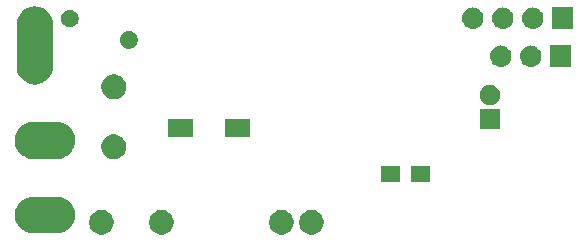
<source format=gbr>
G04 #@! TF.GenerationSoftware,KiCad,Pcbnew,(5.0.2)-1*
G04 #@! TF.CreationDate,2019-05-25T20:07:42+08:00*
G04 #@! TF.ProjectId,1RELAY,3152454c-4159-42e6-9b69-6361645f7063,rev?*
G04 #@! TF.SameCoordinates,Original*
G04 #@! TF.FileFunction,Soldermask,Bot*
G04 #@! TF.FilePolarity,Negative*
%FSLAX46Y46*%
G04 Gerber Fmt 4.6, Leading zero omitted, Abs format (unit mm)*
G04 Created by KiCad (PCBNEW (5.0.2)-1) date 2019-05-25 20:07:42*
%MOMM*%
%LPD*%
G01*
G04 APERTURE LIST*
%ADD10C,0.100000*%
G04 APERTURE END LIST*
D10*
G36*
X143648925Y-117411809D02*
X143840194Y-117491035D01*
X144012336Y-117606057D01*
X144158723Y-117752444D01*
X144273745Y-117924586D01*
X144352971Y-118115855D01*
X144393360Y-118318904D01*
X144393360Y-118525936D01*
X144352971Y-118728985D01*
X144273745Y-118920254D01*
X144158723Y-119092396D01*
X144012336Y-119238783D01*
X143840194Y-119353805D01*
X143648925Y-119433031D01*
X143445876Y-119473420D01*
X143238844Y-119473420D01*
X143035795Y-119433031D01*
X142844526Y-119353805D01*
X142672384Y-119238783D01*
X142525997Y-119092396D01*
X142410975Y-118920254D01*
X142331749Y-118728985D01*
X142291360Y-118525936D01*
X142291360Y-118318904D01*
X142331749Y-118115855D01*
X142410975Y-117924586D01*
X142525997Y-117752444D01*
X142672384Y-117606057D01*
X142844526Y-117491035D01*
X143035795Y-117411809D01*
X143238844Y-117371420D01*
X143445876Y-117371420D01*
X143648925Y-117411809D01*
X143648925Y-117411809D01*
G37*
G36*
X156348925Y-117411809D02*
X156540194Y-117491035D01*
X156712336Y-117606057D01*
X156858723Y-117752444D01*
X156973745Y-117924586D01*
X157052971Y-118115855D01*
X157093360Y-118318904D01*
X157093360Y-118525936D01*
X157052971Y-118728985D01*
X156973745Y-118920254D01*
X156858723Y-119092396D01*
X156712336Y-119238783D01*
X156540194Y-119353805D01*
X156348925Y-119433031D01*
X156145876Y-119473420D01*
X155938844Y-119473420D01*
X155735795Y-119433031D01*
X155544526Y-119353805D01*
X155372384Y-119238783D01*
X155225997Y-119092396D01*
X155110975Y-118920254D01*
X155031749Y-118728985D01*
X154991360Y-118525936D01*
X154991360Y-118318904D01*
X155031749Y-118115855D01*
X155110975Y-117924586D01*
X155225997Y-117752444D01*
X155372384Y-117606057D01*
X155544526Y-117491035D01*
X155735795Y-117411809D01*
X155938844Y-117371420D01*
X156145876Y-117371420D01*
X156348925Y-117411809D01*
X156348925Y-117411809D01*
G37*
G36*
X138568925Y-117411809D02*
X138760194Y-117491035D01*
X138932336Y-117606057D01*
X139078723Y-117752444D01*
X139193745Y-117924586D01*
X139272971Y-118115855D01*
X139313360Y-118318904D01*
X139313360Y-118525936D01*
X139272971Y-118728985D01*
X139193745Y-118920254D01*
X139078723Y-119092396D01*
X138932336Y-119238783D01*
X138760194Y-119353805D01*
X138568925Y-119433031D01*
X138365876Y-119473420D01*
X138158844Y-119473420D01*
X137955795Y-119433031D01*
X137764526Y-119353805D01*
X137592384Y-119238783D01*
X137445997Y-119092396D01*
X137330975Y-118920254D01*
X137251749Y-118728985D01*
X137211360Y-118525936D01*
X137211360Y-118318904D01*
X137251749Y-118115855D01*
X137330975Y-117924586D01*
X137445997Y-117752444D01*
X137592384Y-117606057D01*
X137764526Y-117491035D01*
X137955795Y-117411809D01*
X138158844Y-117371420D01*
X138365876Y-117371420D01*
X138568925Y-117411809D01*
X138568925Y-117411809D01*
G37*
G36*
X153808925Y-117411809D02*
X154000194Y-117491035D01*
X154172336Y-117606057D01*
X154318723Y-117752444D01*
X154433745Y-117924586D01*
X154512971Y-118115855D01*
X154553360Y-118318904D01*
X154553360Y-118525936D01*
X154512971Y-118728985D01*
X154433745Y-118920254D01*
X154318723Y-119092396D01*
X154172336Y-119238783D01*
X154000194Y-119353805D01*
X153808925Y-119433031D01*
X153605876Y-119473420D01*
X153398844Y-119473420D01*
X153195795Y-119433031D01*
X153004526Y-119353805D01*
X152832384Y-119238783D01*
X152685997Y-119092396D01*
X152570975Y-118920254D01*
X152491749Y-118728985D01*
X152451360Y-118525936D01*
X152451360Y-118318904D01*
X152491749Y-118115855D01*
X152570975Y-117924586D01*
X152685997Y-117752444D01*
X152832384Y-117606057D01*
X153004526Y-117491035D01*
X153195795Y-117411809D01*
X153398844Y-117371420D01*
X153605876Y-117371420D01*
X153808925Y-117411809D01*
X153808925Y-117411809D01*
G37*
G36*
X134641843Y-116261681D02*
X134793749Y-116276642D01*
X134988659Y-116335767D01*
X135086115Y-116365330D01*
X135184390Y-116417860D01*
X135355558Y-116509351D01*
X135591729Y-116703171D01*
X135785549Y-116939342D01*
X135877040Y-117110510D01*
X135929570Y-117208785D01*
X135929570Y-117208786D01*
X136018258Y-117501151D01*
X136048204Y-117805200D01*
X136018258Y-118109249D01*
X136016254Y-118115855D01*
X135929570Y-118401615D01*
X135877040Y-118499890D01*
X135785549Y-118671058D01*
X135591729Y-118907229D01*
X135355558Y-119101049D01*
X135184390Y-119192540D01*
X135086115Y-119245070D01*
X134988659Y-119274633D01*
X134793749Y-119333758D01*
X134641843Y-119348719D01*
X134565891Y-119356200D01*
X132413509Y-119356200D01*
X132337557Y-119348719D01*
X132185651Y-119333758D01*
X131990741Y-119274633D01*
X131893285Y-119245070D01*
X131795010Y-119192540D01*
X131623842Y-119101049D01*
X131387671Y-118907229D01*
X131193851Y-118671058D01*
X131102360Y-118499890D01*
X131049830Y-118401615D01*
X130963146Y-118115855D01*
X130961142Y-118109249D01*
X130931196Y-117805200D01*
X130961142Y-117501151D01*
X131049830Y-117208786D01*
X131049830Y-117208785D01*
X131102360Y-117110510D01*
X131193851Y-116939342D01*
X131387671Y-116703171D01*
X131623842Y-116509351D01*
X131795010Y-116417860D01*
X131893285Y-116365330D01*
X131990741Y-116335767D01*
X132185651Y-116276642D01*
X132337557Y-116261681D01*
X132413509Y-116254200D01*
X134565891Y-116254200D01*
X134641843Y-116261681D01*
X134641843Y-116261681D01*
G37*
G36*
X163502660Y-114987980D02*
X161900660Y-114987980D01*
X161900660Y-113685980D01*
X163502660Y-113685980D01*
X163502660Y-114987980D01*
X163502660Y-114987980D01*
G37*
G36*
X166102660Y-114987980D02*
X164500660Y-114987980D01*
X164500660Y-113685980D01*
X166102660Y-113685980D01*
X166102660Y-114987980D01*
X166102660Y-114987980D01*
G37*
G36*
X139595085Y-111026249D02*
X139786354Y-111105475D01*
X139958496Y-111220497D01*
X140104883Y-111366884D01*
X140219905Y-111539026D01*
X140299131Y-111730295D01*
X140339520Y-111933344D01*
X140339520Y-112140376D01*
X140299131Y-112343425D01*
X140219905Y-112534694D01*
X140104883Y-112706836D01*
X139958496Y-112853223D01*
X139786354Y-112968245D01*
X139595085Y-113047471D01*
X139392036Y-113087860D01*
X139185004Y-113087860D01*
X138981955Y-113047471D01*
X138790686Y-112968245D01*
X138618544Y-112853223D01*
X138472157Y-112706836D01*
X138357135Y-112534694D01*
X138277909Y-112343425D01*
X138237520Y-112140376D01*
X138237520Y-111933344D01*
X138277909Y-111730295D01*
X138357135Y-111539026D01*
X138472157Y-111366884D01*
X138618544Y-111220497D01*
X138790686Y-111105475D01*
X138981955Y-111026249D01*
X139185004Y-110985860D01*
X139392036Y-110985860D01*
X139595085Y-111026249D01*
X139595085Y-111026249D01*
G37*
G36*
X134616443Y-109956481D02*
X134768349Y-109971442D01*
X134963259Y-110030567D01*
X135060715Y-110060130D01*
X135158990Y-110112660D01*
X135330158Y-110204151D01*
X135566329Y-110397971D01*
X135760149Y-110634142D01*
X135851640Y-110805310D01*
X135904170Y-110903585D01*
X135904170Y-110903586D01*
X135992858Y-111195951D01*
X136022804Y-111500000D01*
X135992858Y-111804049D01*
X135953637Y-111933344D01*
X135904170Y-112096415D01*
X135880673Y-112140374D01*
X135760149Y-112365858D01*
X135566329Y-112602029D01*
X135330158Y-112795849D01*
X135222815Y-112853225D01*
X135060715Y-112939870D01*
X134967178Y-112968244D01*
X134768349Y-113028558D01*
X134616443Y-113043519D01*
X134540491Y-113051000D01*
X132388109Y-113051000D01*
X132312157Y-113043519D01*
X132160251Y-113028558D01*
X131961422Y-112968244D01*
X131867885Y-112939870D01*
X131705785Y-112853225D01*
X131598442Y-112795849D01*
X131362271Y-112602029D01*
X131168451Y-112365858D01*
X131047927Y-112140374D01*
X131024430Y-112096415D01*
X130974963Y-111933344D01*
X130935742Y-111804049D01*
X130905796Y-111500000D01*
X130935742Y-111195951D01*
X131024430Y-110903586D01*
X131024430Y-110903585D01*
X131076960Y-110805310D01*
X131168451Y-110634142D01*
X131362271Y-110397971D01*
X131598442Y-110204151D01*
X131769610Y-110112660D01*
X131867885Y-110060130D01*
X131965341Y-110030567D01*
X132160251Y-109971442D01*
X132312157Y-109956481D01*
X132388109Y-109949000D01*
X134540491Y-109949000D01*
X134616443Y-109956481D01*
X134616443Y-109956481D01*
G37*
G36*
X150857660Y-111207980D02*
X148755660Y-111207980D01*
X148755660Y-109705980D01*
X150857660Y-109705980D01*
X150857660Y-111207980D01*
X150857660Y-111207980D01*
G37*
G36*
X146002660Y-111207980D02*
X143900660Y-111207980D01*
X143900660Y-109705980D01*
X146002660Y-109705980D01*
X146002660Y-111207980D01*
X146002660Y-111207980D01*
G37*
G36*
X171998740Y-110495180D02*
X170296740Y-110495180D01*
X170296740Y-108793180D01*
X171998740Y-108793180D01*
X171998740Y-110495180D01*
X171998740Y-110495180D01*
G37*
G36*
X171395968Y-106825883D02*
X171550840Y-106890033D01*
X171690221Y-106983165D01*
X171808755Y-107101699D01*
X171901887Y-107241080D01*
X171966037Y-107395952D01*
X171998740Y-107560364D01*
X171998740Y-107727996D01*
X171966037Y-107892408D01*
X171901887Y-108047280D01*
X171808755Y-108186661D01*
X171690221Y-108305195D01*
X171550840Y-108398327D01*
X171395968Y-108462477D01*
X171231556Y-108495180D01*
X171063924Y-108495180D01*
X170899512Y-108462477D01*
X170744640Y-108398327D01*
X170605259Y-108305195D01*
X170486725Y-108186661D01*
X170393593Y-108047280D01*
X170329443Y-107892408D01*
X170296740Y-107727996D01*
X170296740Y-107560364D01*
X170329443Y-107395952D01*
X170393593Y-107241080D01*
X170486725Y-107101699D01*
X170605259Y-106983165D01*
X170744640Y-106890033D01*
X170899512Y-106825883D01*
X171063924Y-106793180D01*
X171231556Y-106793180D01*
X171395968Y-106825883D01*
X171395968Y-106825883D01*
G37*
G36*
X139605085Y-105946249D02*
X139796354Y-106025475D01*
X139968496Y-106140497D01*
X140114883Y-106286884D01*
X140229905Y-106459026D01*
X140309131Y-106650295D01*
X140349520Y-106853344D01*
X140349520Y-107060376D01*
X140309131Y-107263425D01*
X140229905Y-107454694D01*
X140114883Y-107626836D01*
X139968496Y-107773223D01*
X139796354Y-107888245D01*
X139605085Y-107967471D01*
X139402036Y-108007860D01*
X139195004Y-108007860D01*
X138991955Y-107967471D01*
X138800686Y-107888245D01*
X138628544Y-107773223D01*
X138482157Y-107626836D01*
X138367135Y-107454694D01*
X138287909Y-107263425D01*
X138247520Y-107060376D01*
X138247520Y-106853344D01*
X138287909Y-106650295D01*
X138367135Y-106459026D01*
X138482157Y-106286884D01*
X138628544Y-106140497D01*
X138800686Y-106025475D01*
X138991955Y-105946249D01*
X139195004Y-105905860D01*
X139402036Y-105905860D01*
X139605085Y-105946249D01*
X139605085Y-105946249D01*
G37*
G36*
X132922528Y-100173102D02*
X133117438Y-100232227D01*
X133214894Y-100261790D01*
X133293520Y-100303817D01*
X133484337Y-100405811D01*
X133720509Y-100599631D01*
X133720510Y-100599633D01*
X133720512Y-100599634D01*
X133836801Y-100741334D01*
X133914329Y-100835802D01*
X133982656Y-100963633D01*
X134058350Y-101105245D01*
X134087913Y-101202701D01*
X134147038Y-101397611D01*
X134169480Y-101625470D01*
X134169480Y-105277850D01*
X134147038Y-105505709D01*
X134087913Y-105700619D01*
X134058350Y-105798075D01*
X134005820Y-105896350D01*
X133914329Y-106067518D01*
X133720509Y-106303689D01*
X133484338Y-106497509D01*
X133313170Y-106589000D01*
X133214895Y-106641530D01*
X133186000Y-106650295D01*
X132922529Y-106730218D01*
X132618480Y-106760164D01*
X132314432Y-106730218D01*
X132050961Y-106650295D01*
X132022066Y-106641530D01*
X131923791Y-106589000D01*
X131752623Y-106497509D01*
X131516452Y-106303689D01*
X131322632Y-106067518D01*
X131231141Y-105896350D01*
X131178611Y-105798075D01*
X131149048Y-105700619D01*
X131089923Y-105505709D01*
X131067481Y-105277850D01*
X131067480Y-101625471D01*
X131089922Y-101397612D01*
X131178610Y-101105247D01*
X131178610Y-101105246D01*
X131258876Y-100955081D01*
X131322631Y-100835803D01*
X131516451Y-100599631D01*
X131516453Y-100599630D01*
X131516454Y-100599628D01*
X131658154Y-100483339D01*
X131752622Y-100405811D01*
X131943439Y-100303817D01*
X132022065Y-100261790D01*
X132119521Y-100232227D01*
X132314431Y-100173102D01*
X132618480Y-100143156D01*
X132922528Y-100173102D01*
X132922528Y-100173102D01*
G37*
G36*
X178040600Y-105259440D02*
X176238600Y-105259440D01*
X176238600Y-103457440D01*
X178040600Y-103457440D01*
X178040600Y-105259440D01*
X178040600Y-105259440D01*
G37*
G36*
X174710043Y-103463959D02*
X174776227Y-103470477D01*
X174889453Y-103504824D01*
X174946067Y-103521997D01*
X175012446Y-103557478D01*
X175102591Y-103605662D01*
X175138329Y-103634992D01*
X175239786Y-103718254D01*
X175323048Y-103819711D01*
X175352378Y-103855449D01*
X175352379Y-103855451D01*
X175436043Y-104011973D01*
X175436043Y-104011974D01*
X175487563Y-104181813D01*
X175504959Y-104358440D01*
X175487563Y-104535067D01*
X175453216Y-104648293D01*
X175436043Y-104704907D01*
X175361948Y-104843527D01*
X175352378Y-104861431D01*
X175323048Y-104897169D01*
X175239786Y-104998626D01*
X175138329Y-105081888D01*
X175102591Y-105111218D01*
X175102589Y-105111219D01*
X174946067Y-105194883D01*
X174889453Y-105212056D01*
X174776227Y-105246403D01*
X174710042Y-105252922D01*
X174643860Y-105259440D01*
X174555340Y-105259440D01*
X174489158Y-105252922D01*
X174422973Y-105246403D01*
X174309747Y-105212056D01*
X174253133Y-105194883D01*
X174096611Y-105111219D01*
X174096609Y-105111218D01*
X174060871Y-105081888D01*
X173959414Y-104998626D01*
X173876152Y-104897169D01*
X173846822Y-104861431D01*
X173837252Y-104843527D01*
X173763157Y-104704907D01*
X173745984Y-104648293D01*
X173711637Y-104535067D01*
X173694241Y-104358440D01*
X173711637Y-104181813D01*
X173763157Y-104011974D01*
X173763157Y-104011973D01*
X173846821Y-103855451D01*
X173846822Y-103855449D01*
X173876152Y-103819711D01*
X173959414Y-103718254D01*
X174060871Y-103634992D01*
X174096609Y-103605662D01*
X174186754Y-103557478D01*
X174253133Y-103521997D01*
X174309747Y-103504824D01*
X174422973Y-103470477D01*
X174489157Y-103463959D01*
X174555340Y-103457440D01*
X174643860Y-103457440D01*
X174710043Y-103463959D01*
X174710043Y-103463959D01*
G37*
G36*
X172170043Y-103463959D02*
X172236227Y-103470477D01*
X172349453Y-103504824D01*
X172406067Y-103521997D01*
X172472446Y-103557478D01*
X172562591Y-103605662D01*
X172598329Y-103634992D01*
X172699786Y-103718254D01*
X172783048Y-103819711D01*
X172812378Y-103855449D01*
X172812379Y-103855451D01*
X172896043Y-104011973D01*
X172896043Y-104011974D01*
X172947563Y-104181813D01*
X172964959Y-104358440D01*
X172947563Y-104535067D01*
X172913216Y-104648293D01*
X172896043Y-104704907D01*
X172821948Y-104843527D01*
X172812378Y-104861431D01*
X172783048Y-104897169D01*
X172699786Y-104998626D01*
X172598329Y-105081888D01*
X172562591Y-105111218D01*
X172562589Y-105111219D01*
X172406067Y-105194883D01*
X172349453Y-105212056D01*
X172236227Y-105246403D01*
X172170042Y-105252922D01*
X172103860Y-105259440D01*
X172015340Y-105259440D01*
X171949158Y-105252922D01*
X171882973Y-105246403D01*
X171769747Y-105212056D01*
X171713133Y-105194883D01*
X171556611Y-105111219D01*
X171556609Y-105111218D01*
X171520871Y-105081888D01*
X171419414Y-104998626D01*
X171336152Y-104897169D01*
X171306822Y-104861431D01*
X171297252Y-104843527D01*
X171223157Y-104704907D01*
X171205984Y-104648293D01*
X171171637Y-104535067D01*
X171154241Y-104358440D01*
X171171637Y-104181813D01*
X171223157Y-104011974D01*
X171223157Y-104011973D01*
X171306821Y-103855451D01*
X171306822Y-103855449D01*
X171336152Y-103819711D01*
X171419414Y-103718254D01*
X171520871Y-103634992D01*
X171556609Y-103605662D01*
X171646754Y-103557478D01*
X171713133Y-103521997D01*
X171769747Y-103504824D01*
X171882973Y-103470477D01*
X171949157Y-103463959D01*
X172015340Y-103457440D01*
X172103860Y-103457440D01*
X172170043Y-103463959D01*
X172170043Y-103463959D01*
G37*
G36*
X140705764Y-102234684D02*
X140792819Y-102252000D01*
X140929492Y-102308612D01*
X140929493Y-102308613D01*
X141052498Y-102390802D01*
X141157098Y-102495402D01*
X141157100Y-102495405D01*
X141239288Y-102618408D01*
X141295900Y-102755081D01*
X141324760Y-102900173D01*
X141324760Y-103048107D01*
X141295900Y-103193199D01*
X141239288Y-103329872D01*
X141239287Y-103329873D01*
X141157098Y-103452878D01*
X141052498Y-103557478D01*
X141052495Y-103557480D01*
X140929492Y-103639668D01*
X140792819Y-103696280D01*
X140705764Y-103713596D01*
X140647729Y-103725140D01*
X140499791Y-103725140D01*
X140441756Y-103713596D01*
X140354701Y-103696280D01*
X140218028Y-103639668D01*
X140095025Y-103557480D01*
X140095022Y-103557478D01*
X139990422Y-103452878D01*
X139908233Y-103329873D01*
X139908232Y-103329872D01*
X139851620Y-103193199D01*
X139822760Y-103048107D01*
X139822760Y-102900173D01*
X139851620Y-102755081D01*
X139908232Y-102618408D01*
X139990420Y-102495405D01*
X139990422Y-102495402D01*
X140095022Y-102390802D01*
X140218027Y-102308613D01*
X140218028Y-102308612D01*
X140354701Y-102252000D01*
X140441756Y-102234684D01*
X140499791Y-102223140D01*
X140647729Y-102223140D01*
X140705764Y-102234684D01*
X140705764Y-102234684D01*
G37*
G36*
X178213320Y-102041260D02*
X176411320Y-102041260D01*
X176411320Y-100239260D01*
X178213320Y-100239260D01*
X178213320Y-102041260D01*
X178213320Y-102041260D01*
G37*
G36*
X169802762Y-100245778D02*
X169868947Y-100252297D01*
X169982173Y-100286644D01*
X170038787Y-100303817D01*
X170177407Y-100377912D01*
X170195311Y-100387482D01*
X170217645Y-100405811D01*
X170332506Y-100500074D01*
X170406962Y-100590800D01*
X170445098Y-100637269D01*
X170445099Y-100637271D01*
X170528763Y-100793793D01*
X170528763Y-100793794D01*
X170580283Y-100963633D01*
X170597679Y-101140260D01*
X170580283Y-101316887D01*
X170557135Y-101393196D01*
X170528763Y-101486727D01*
X170454668Y-101625347D01*
X170445098Y-101643251D01*
X170437197Y-101652878D01*
X170332506Y-101780446D01*
X170231049Y-101863708D01*
X170195311Y-101893038D01*
X170195309Y-101893039D01*
X170038787Y-101976703D01*
X169982173Y-101993876D01*
X169868947Y-102028223D01*
X169802762Y-102034742D01*
X169736580Y-102041260D01*
X169648060Y-102041260D01*
X169581878Y-102034742D01*
X169515693Y-102028223D01*
X169402467Y-101993876D01*
X169345853Y-101976703D01*
X169189331Y-101893039D01*
X169189329Y-101893038D01*
X169153591Y-101863708D01*
X169052134Y-101780446D01*
X168947443Y-101652878D01*
X168939542Y-101643251D01*
X168929972Y-101625347D01*
X168855877Y-101486727D01*
X168827505Y-101393196D01*
X168804357Y-101316887D01*
X168786961Y-101140260D01*
X168804357Y-100963633D01*
X168855877Y-100793794D01*
X168855877Y-100793793D01*
X168939541Y-100637271D01*
X168939542Y-100637269D01*
X168977678Y-100590800D01*
X169052134Y-100500074D01*
X169166995Y-100405811D01*
X169189329Y-100387482D01*
X169207233Y-100377912D01*
X169345853Y-100303817D01*
X169402467Y-100286644D01*
X169515693Y-100252297D01*
X169581877Y-100245779D01*
X169648060Y-100239260D01*
X169736580Y-100239260D01*
X169802762Y-100245778D01*
X169802762Y-100245778D01*
G37*
G36*
X172342762Y-100245778D02*
X172408947Y-100252297D01*
X172522173Y-100286644D01*
X172578787Y-100303817D01*
X172717407Y-100377912D01*
X172735311Y-100387482D01*
X172757645Y-100405811D01*
X172872506Y-100500074D01*
X172946962Y-100590800D01*
X172985098Y-100637269D01*
X172985099Y-100637271D01*
X173068763Y-100793793D01*
X173068763Y-100793794D01*
X173120283Y-100963633D01*
X173137679Y-101140260D01*
X173120283Y-101316887D01*
X173097135Y-101393196D01*
X173068763Y-101486727D01*
X172994668Y-101625347D01*
X172985098Y-101643251D01*
X172977197Y-101652878D01*
X172872506Y-101780446D01*
X172771049Y-101863708D01*
X172735311Y-101893038D01*
X172735309Y-101893039D01*
X172578787Y-101976703D01*
X172522173Y-101993876D01*
X172408947Y-102028223D01*
X172342762Y-102034742D01*
X172276580Y-102041260D01*
X172188060Y-102041260D01*
X172121878Y-102034742D01*
X172055693Y-102028223D01*
X171942467Y-101993876D01*
X171885853Y-101976703D01*
X171729331Y-101893039D01*
X171729329Y-101893038D01*
X171693591Y-101863708D01*
X171592134Y-101780446D01*
X171487443Y-101652878D01*
X171479542Y-101643251D01*
X171469972Y-101625347D01*
X171395877Y-101486727D01*
X171367505Y-101393196D01*
X171344357Y-101316887D01*
X171326961Y-101140260D01*
X171344357Y-100963633D01*
X171395877Y-100793794D01*
X171395877Y-100793793D01*
X171479541Y-100637271D01*
X171479542Y-100637269D01*
X171517678Y-100590800D01*
X171592134Y-100500074D01*
X171706995Y-100405811D01*
X171729329Y-100387482D01*
X171747233Y-100377912D01*
X171885853Y-100303817D01*
X171942467Y-100286644D01*
X172055693Y-100252297D01*
X172121877Y-100245779D01*
X172188060Y-100239260D01*
X172276580Y-100239260D01*
X172342762Y-100245778D01*
X172342762Y-100245778D01*
G37*
G36*
X174882762Y-100245778D02*
X174948947Y-100252297D01*
X175062173Y-100286644D01*
X175118787Y-100303817D01*
X175257407Y-100377912D01*
X175275311Y-100387482D01*
X175297645Y-100405811D01*
X175412506Y-100500074D01*
X175486962Y-100590800D01*
X175525098Y-100637269D01*
X175525099Y-100637271D01*
X175608763Y-100793793D01*
X175608763Y-100793794D01*
X175660283Y-100963633D01*
X175677679Y-101140260D01*
X175660283Y-101316887D01*
X175637135Y-101393196D01*
X175608763Y-101486727D01*
X175534668Y-101625347D01*
X175525098Y-101643251D01*
X175517197Y-101652878D01*
X175412506Y-101780446D01*
X175311049Y-101863708D01*
X175275311Y-101893038D01*
X175275309Y-101893039D01*
X175118787Y-101976703D01*
X175062173Y-101993876D01*
X174948947Y-102028223D01*
X174882762Y-102034742D01*
X174816580Y-102041260D01*
X174728060Y-102041260D01*
X174661878Y-102034742D01*
X174595693Y-102028223D01*
X174482467Y-101993876D01*
X174425853Y-101976703D01*
X174269331Y-101893039D01*
X174269329Y-101893038D01*
X174233591Y-101863708D01*
X174132134Y-101780446D01*
X174027443Y-101652878D01*
X174019542Y-101643251D01*
X174009972Y-101625347D01*
X173935877Y-101486727D01*
X173907505Y-101393196D01*
X173884357Y-101316887D01*
X173866961Y-101140260D01*
X173884357Y-100963633D01*
X173935877Y-100793794D01*
X173935877Y-100793793D01*
X174019541Y-100637271D01*
X174019542Y-100637269D01*
X174057678Y-100590800D01*
X174132134Y-100500074D01*
X174246995Y-100405811D01*
X174269329Y-100387482D01*
X174287233Y-100377912D01*
X174425853Y-100303817D01*
X174482467Y-100286644D01*
X174595693Y-100252297D01*
X174661877Y-100245779D01*
X174728060Y-100239260D01*
X174816580Y-100239260D01*
X174882762Y-100245778D01*
X174882762Y-100245778D01*
G37*
G36*
X135705764Y-100434684D02*
X135792819Y-100452000D01*
X135929492Y-100508612D01*
X135929493Y-100508613D01*
X136052498Y-100590802D01*
X136157098Y-100695402D01*
X136157100Y-100695405D01*
X136239288Y-100818408D01*
X136295900Y-100955081D01*
X136324760Y-101100173D01*
X136324760Y-101248107D01*
X136295900Y-101393199D01*
X136239288Y-101529872D01*
X136239287Y-101529873D01*
X136157098Y-101652878D01*
X136052498Y-101757478D01*
X136052495Y-101757480D01*
X135929492Y-101839668D01*
X135792819Y-101896280D01*
X135705764Y-101913596D01*
X135647729Y-101925140D01*
X135499791Y-101925140D01*
X135441756Y-101913596D01*
X135354701Y-101896280D01*
X135218028Y-101839668D01*
X135095025Y-101757480D01*
X135095022Y-101757478D01*
X134990422Y-101652878D01*
X134908233Y-101529873D01*
X134908232Y-101529872D01*
X134851620Y-101393199D01*
X134822760Y-101248107D01*
X134822760Y-101100173D01*
X134851620Y-100955081D01*
X134908232Y-100818408D01*
X134990420Y-100695405D01*
X134990422Y-100695402D01*
X135095022Y-100590802D01*
X135218027Y-100508613D01*
X135218028Y-100508612D01*
X135354701Y-100452000D01*
X135441756Y-100434684D01*
X135499791Y-100423140D01*
X135647729Y-100423140D01*
X135705764Y-100434684D01*
X135705764Y-100434684D01*
G37*
M02*

</source>
